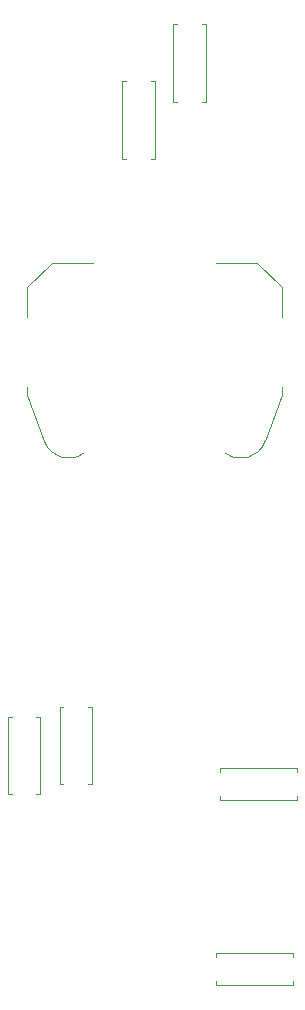
<source format=gbr>
%TF.GenerationSoftware,KiCad,Pcbnew,9.0.2*%
%TF.CreationDate,2025-07-01T09:30:54-07:00*%
%TF.ProjectId,solder,736f6c64-6572-42e6-9b69-6361645f7063,rev?*%
%TF.SameCoordinates,Original*%
%TF.FileFunction,Legend,Bot*%
%TF.FilePolarity,Positive*%
%FSLAX46Y46*%
G04 Gerber Fmt 4.6, Leading zero omitted, Abs format (unit mm)*
G04 Created by KiCad (PCBNEW 9.0.2) date 2025-07-01 09:30:54*
%MOMM*%
%LPD*%
G01*
G04 APERTURE LIST*
%ADD10C,0.120000*%
G04 APERTURE END LIST*
D10*
%TO.C,R9*%
X135960567Y-55162545D02*
X136290567Y-55162545D01*
X135960567Y-61702545D02*
X135960567Y-55162545D01*
X136290567Y-61702545D02*
X135960567Y-61702545D01*
X138370567Y-61702545D02*
X138700567Y-61702545D01*
X138700567Y-55162545D02*
X138370567Y-55162545D01*
X138700567Y-61702545D02*
X138700567Y-55162545D01*
%TO.C,BT1*%
X127923829Y-72613649D02*
X127923829Y-75073649D01*
X127923829Y-81073649D02*
X127923829Y-81703649D01*
X127923829Y-81703649D02*
X129363829Y-85653649D01*
X130003829Y-70533649D02*
X127923829Y-72613649D01*
X130003829Y-70533649D02*
X133503829Y-70533649D01*
X143903829Y-70533649D02*
X147403829Y-70533649D01*
X147403829Y-70533649D02*
X149483829Y-72613649D01*
X149483829Y-72613649D02*
X149483829Y-75073649D01*
X149483829Y-81073649D02*
X149483829Y-81703649D01*
X149483829Y-81703649D02*
X148043829Y-85653649D01*
X132703829Y-86623649D02*
G75*
G02*
X129378586Y-85661818I-1310000J1700000D01*
G01*
X148043829Y-85653649D02*
G75*
G02*
X144707183Y-86640179I-2030000J730001D01*
G01*
%TO.C,R3*%
X143900000Y-128950000D02*
X150440000Y-128950000D01*
X143900000Y-129280000D02*
X143900000Y-128950000D01*
X143900000Y-131360000D02*
X143900000Y-131690000D01*
X143900000Y-131690000D02*
X150440000Y-131690000D01*
X150440000Y-128950000D02*
X150440000Y-129280000D01*
X150440000Y-131690000D02*
X150440000Y-131360000D01*
%TO.C,R2*%
X126280000Y-109000000D02*
X126280000Y-115540000D01*
X126280000Y-115540000D02*
X126610000Y-115540000D01*
X126610000Y-109000000D02*
X126280000Y-109000000D01*
X128690000Y-109000000D02*
X129020000Y-109000000D01*
X129020000Y-109000000D02*
X129020000Y-115540000D01*
X129020000Y-115540000D02*
X128690000Y-115540000D01*
%TO.C,R1*%
X130650000Y-108140000D02*
X130650000Y-114680000D01*
X130650000Y-114680000D02*
X130980000Y-114680000D01*
X130980000Y-108140000D02*
X130650000Y-108140000D01*
X133060000Y-108140000D02*
X133390000Y-108140000D01*
X133390000Y-108140000D02*
X133390000Y-114680000D01*
X133390000Y-114680000D02*
X133060000Y-114680000D01*
%TO.C,R10*%
X140270567Y-50342545D02*
X140270567Y-56882545D01*
X140270567Y-56882545D02*
X140600567Y-56882545D01*
X140600567Y-50342545D02*
X140270567Y-50342545D01*
X142680567Y-50342545D02*
X143010567Y-50342545D01*
X143010567Y-50342545D02*
X143010567Y-56882545D01*
X143010567Y-56882545D02*
X142680567Y-56882545D01*
%TO.C,R4*%
X144220000Y-113290000D02*
X144220000Y-113620000D01*
X144220000Y-116030000D02*
X144220000Y-115700000D01*
X150760000Y-113290000D02*
X144220000Y-113290000D01*
X150760000Y-113620000D02*
X150760000Y-113290000D01*
X150760000Y-115700000D02*
X150760000Y-116030000D01*
X150760000Y-116030000D02*
X144220000Y-116030000D01*
%TD*%
M02*

</source>
